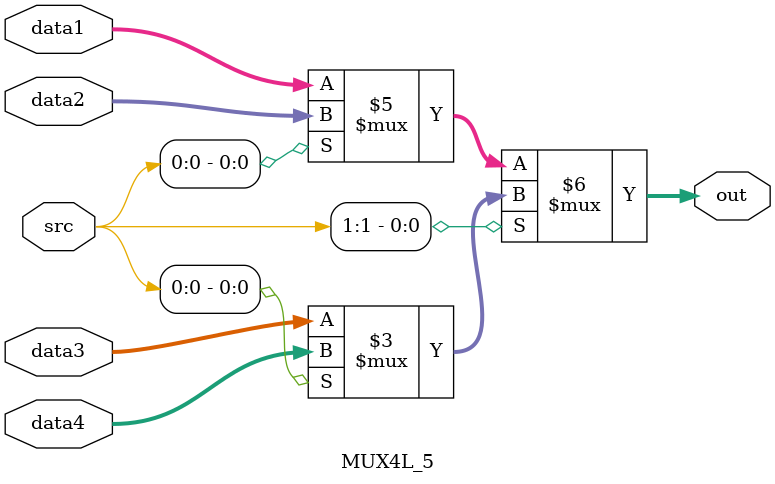
<source format=v>
`timescale 1ns / 1ps
module MUX4L_5(
       input [1:0] src,
       input [4:0] data1,
       input [4:0] data2,
       input [4:0] data3,
       input [4:0] data4,
       output [4:0] out
    );
    assign out = src[1]==1?(src[0]==1?data4:data3):(src[0]==1?data2:data1);
endmodule

</source>
